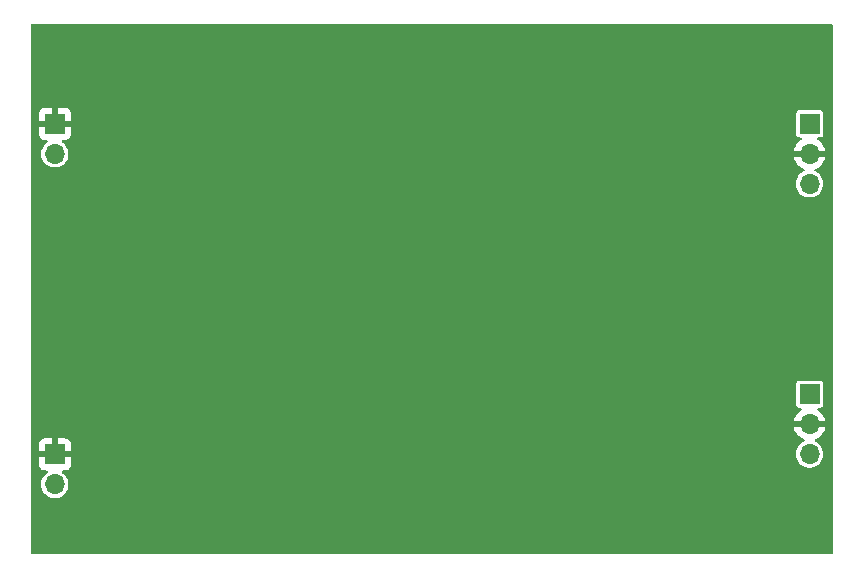
<source format=gbr>
G04 #@! TF.GenerationSoftware,KiCad,Pcbnew,8.0.8*
G04 #@! TF.CreationDate,2025-04-14T14:54:38+01:00*
G04 #@! TF.ProjectId,lcd_Daughterboard,6c63645f-4461-4756-9768-746572626f61,rev?*
G04 #@! TF.SameCoordinates,Original*
G04 #@! TF.FileFunction,Copper,L2,Bot*
G04 #@! TF.FilePolarity,Positive*
%FSLAX46Y46*%
G04 Gerber Fmt 4.6, Leading zero omitted, Abs format (unit mm)*
G04 Created by KiCad (PCBNEW 8.0.8) date 2025-04-14 14:54:38*
%MOMM*%
%LPD*%
G01*
G04 APERTURE LIST*
G04 #@! TA.AperFunction,ComponentPad*
%ADD10R,1.700000X1.700000*%
G04 #@! TD*
G04 #@! TA.AperFunction,ComponentPad*
%ADD11O,1.700000X1.700000*%
G04 #@! TD*
G04 APERTURE END LIST*
D10*
X102100000Y-53700000D03*
D11*
X102100000Y-56240000D03*
D10*
X166000000Y-53700000D03*
D11*
X166000000Y-56240000D03*
X166000000Y-58780000D03*
D10*
X166000000Y-76600000D03*
D11*
X166000000Y-79140000D03*
X166000000Y-81680000D03*
D10*
X102100000Y-81700000D03*
D11*
X102100000Y-84240000D03*
G04 #@! TA.AperFunction,Conductor*
G36*
X167891621Y-45270502D02*
G01*
X167938114Y-45324158D01*
X167949500Y-45376500D01*
X167949500Y-90023500D01*
X167929498Y-90091621D01*
X167875842Y-90138114D01*
X167823500Y-90149500D01*
X100176500Y-90149500D01*
X100108379Y-90129498D01*
X100061886Y-90075842D01*
X100050500Y-90023500D01*
X100050500Y-80802159D01*
X100750000Y-80802159D01*
X100750000Y-81450000D01*
X101666988Y-81450000D01*
X101634075Y-81507007D01*
X101600000Y-81634174D01*
X101600000Y-81765826D01*
X101634075Y-81892993D01*
X101666988Y-81950000D01*
X100750000Y-81950000D01*
X100750000Y-82597840D01*
X100756400Y-82657371D01*
X100806647Y-82792089D01*
X100892810Y-82907189D01*
X101007910Y-82993352D01*
X101142628Y-83043599D01*
X101202159Y-83049999D01*
X101202176Y-83050000D01*
X101393604Y-83050000D01*
X101461725Y-83070002D01*
X101508218Y-83123658D01*
X101518322Y-83193932D01*
X101488828Y-83258512D01*
X101459935Y-83283127D01*
X101403701Y-83317945D01*
X101403699Y-83317946D01*
X101246129Y-83461591D01*
X101159293Y-83576580D01*
X101117634Y-83631745D01*
X101024130Y-83819526D01*
X101022593Y-83822615D01*
X100964244Y-84027688D01*
X100944571Y-84240000D01*
X100964244Y-84452311D01*
X101022593Y-84657384D01*
X101022594Y-84657386D01*
X101022595Y-84657389D01*
X101117634Y-84848255D01*
X101246128Y-85018407D01*
X101246129Y-85018408D01*
X101403699Y-85162053D01*
X101403701Y-85162054D01*
X101584974Y-85274294D01*
X101584975Y-85274294D01*
X101584981Y-85274298D01*
X101783802Y-85351321D01*
X101993390Y-85390500D01*
X101993393Y-85390500D01*
X102206607Y-85390500D01*
X102206610Y-85390500D01*
X102416198Y-85351321D01*
X102615019Y-85274298D01*
X102796302Y-85162052D01*
X102953872Y-85018407D01*
X103082366Y-84848255D01*
X103177405Y-84657389D01*
X103235756Y-84452310D01*
X103255429Y-84240000D01*
X103235756Y-84027690D01*
X103177405Y-83822611D01*
X103082366Y-83631745D01*
X102953872Y-83461593D01*
X102796302Y-83317948D01*
X102796300Y-83317946D01*
X102796298Y-83317945D01*
X102740065Y-83283127D01*
X102692678Y-83230260D01*
X102681395Y-83160165D01*
X102709799Y-83095098D01*
X102768872Y-83055717D01*
X102806396Y-83050000D01*
X102997824Y-83050000D01*
X102997840Y-83049999D01*
X103057371Y-83043599D01*
X103192089Y-82993352D01*
X103307189Y-82907189D01*
X103393352Y-82792089D01*
X103443599Y-82657371D01*
X103449999Y-82597840D01*
X103450000Y-82597823D01*
X103450000Y-81950000D01*
X102533012Y-81950000D01*
X102565925Y-81892993D01*
X102600000Y-81765826D01*
X102600000Y-81634174D01*
X102565925Y-81507007D01*
X102533012Y-81450000D01*
X103450000Y-81450000D01*
X103450000Y-80802176D01*
X103449999Y-80802159D01*
X103443599Y-80742628D01*
X103393352Y-80607910D01*
X103307189Y-80492810D01*
X103192089Y-80406647D01*
X103057371Y-80356400D01*
X102997840Y-80350000D01*
X102350000Y-80350000D01*
X102350000Y-81266988D01*
X102292993Y-81234075D01*
X102165826Y-81200000D01*
X102034174Y-81200000D01*
X101907007Y-81234075D01*
X101850000Y-81266988D01*
X101850000Y-80350000D01*
X101202159Y-80350000D01*
X101142628Y-80356400D01*
X101007910Y-80406647D01*
X100892810Y-80492810D01*
X100806647Y-80607910D01*
X100756400Y-80742628D01*
X100750000Y-80802159D01*
X100050500Y-80802159D01*
X100050500Y-78890000D01*
X164669363Y-78890000D01*
X165566988Y-78890000D01*
X165534075Y-78947007D01*
X165500000Y-79074174D01*
X165500000Y-79205826D01*
X165534075Y-79332993D01*
X165566988Y-79390000D01*
X164669364Y-79390000D01*
X164726568Y-79603488D01*
X164726570Y-79603493D01*
X164826399Y-79817577D01*
X164826400Y-79817579D01*
X164961886Y-80011073D01*
X164961893Y-80011082D01*
X165128917Y-80178106D01*
X165128926Y-80178113D01*
X165322420Y-80313599D01*
X165322422Y-80313600D01*
X165517320Y-80404483D01*
X165570605Y-80451400D01*
X165590066Y-80519678D01*
X165569524Y-80587638D01*
X165515501Y-80633703D01*
X165509592Y-80636167D01*
X165484981Y-80645702D01*
X165484980Y-80645702D01*
X165484979Y-80645703D01*
X165484974Y-80645705D01*
X165303701Y-80757945D01*
X165303699Y-80757946D01*
X165146129Y-80901591D01*
X165059293Y-81016580D01*
X165017634Y-81071745D01*
X164953771Y-81200000D01*
X164922593Y-81262615D01*
X164864244Y-81467688D01*
X164844571Y-81680000D01*
X164864244Y-81892311D01*
X164922593Y-82097384D01*
X164922594Y-82097386D01*
X164922595Y-82097389D01*
X165017634Y-82288255D01*
X165146128Y-82458407D01*
X165146129Y-82458408D01*
X165303699Y-82602053D01*
X165303701Y-82602054D01*
X165484974Y-82714294D01*
X165484975Y-82714294D01*
X165484981Y-82714298D01*
X165683802Y-82791321D01*
X165893390Y-82830500D01*
X165893393Y-82830500D01*
X166106607Y-82830500D01*
X166106610Y-82830500D01*
X166316198Y-82791321D01*
X166515019Y-82714298D01*
X166696302Y-82602052D01*
X166853872Y-82458407D01*
X166982366Y-82288255D01*
X167077405Y-82097389D01*
X167135756Y-81892310D01*
X167155429Y-81680000D01*
X167135756Y-81467690D01*
X167077405Y-81262611D01*
X166982366Y-81071745D01*
X166853872Y-80901593D01*
X166744818Y-80802176D01*
X166696300Y-80757946D01*
X166696298Y-80757945D01*
X166515025Y-80645705D01*
X166515020Y-80645703D01*
X166515019Y-80645702D01*
X166515014Y-80645700D01*
X166490412Y-80636169D01*
X166434117Y-80592909D01*
X166410147Y-80526082D01*
X166426111Y-80456903D01*
X166476942Y-80407338D01*
X166482679Y-80404483D01*
X166677577Y-80313600D01*
X166677579Y-80313599D01*
X166871073Y-80178113D01*
X166871082Y-80178106D01*
X167038106Y-80011082D01*
X167038113Y-80011073D01*
X167173599Y-79817579D01*
X167173600Y-79817577D01*
X167273429Y-79603493D01*
X167273431Y-79603488D01*
X167330636Y-79390000D01*
X166433012Y-79390000D01*
X166465925Y-79332993D01*
X166500000Y-79205826D01*
X166500000Y-79074174D01*
X166465925Y-78947007D01*
X166433012Y-78890000D01*
X167330636Y-78890000D01*
X167273431Y-78676511D01*
X167273429Y-78676506D01*
X167173599Y-78462421D01*
X167038112Y-78268925D01*
X166871076Y-78101888D01*
X166871073Y-78101886D01*
X166696590Y-77979712D01*
X166652261Y-77924255D01*
X166644952Y-77853636D01*
X166676982Y-77790275D01*
X166738184Y-77754290D01*
X166768859Y-77750499D01*
X166894864Y-77750499D01*
X166919991Y-77747585D01*
X167022765Y-77702206D01*
X167102206Y-77622765D01*
X167147585Y-77519991D01*
X167150500Y-77494865D01*
X167150499Y-75705136D01*
X167147585Y-75680009D01*
X167102206Y-75577235D01*
X167102206Y-75577234D01*
X167022767Y-75497795D01*
X167022765Y-75497794D01*
X166919989Y-75452414D01*
X166919990Y-75452414D01*
X166894868Y-75449500D01*
X165105140Y-75449500D01*
X165105133Y-75449501D01*
X165080009Y-75452414D01*
X165080005Y-75452416D01*
X164977234Y-75497793D01*
X164897795Y-75577232D01*
X164897794Y-75577234D01*
X164852414Y-75680009D01*
X164849500Y-75705129D01*
X164849500Y-77494859D01*
X164849501Y-77494866D01*
X164852414Y-77519990D01*
X164852416Y-77519994D01*
X164897793Y-77622765D01*
X164977232Y-77702204D01*
X164977234Y-77702205D01*
X164977235Y-77702206D01*
X165080009Y-77747585D01*
X165105135Y-77750500D01*
X165231139Y-77750499D01*
X165299257Y-77770501D01*
X165345750Y-77824156D01*
X165355855Y-77894430D01*
X165326362Y-77959011D01*
X165303408Y-77979712D01*
X165128925Y-78101887D01*
X165128919Y-78101892D01*
X164961892Y-78268919D01*
X164961887Y-78268925D01*
X164826400Y-78462421D01*
X164726570Y-78676506D01*
X164726568Y-78676511D01*
X164669363Y-78890000D01*
X100050500Y-78890000D01*
X100050500Y-52802159D01*
X100750000Y-52802159D01*
X100750000Y-53450000D01*
X101666988Y-53450000D01*
X101634075Y-53507007D01*
X101600000Y-53634174D01*
X101600000Y-53765826D01*
X101634075Y-53892993D01*
X101666988Y-53950000D01*
X100750000Y-53950000D01*
X100750000Y-54597840D01*
X100756400Y-54657371D01*
X100806647Y-54792089D01*
X100892810Y-54907189D01*
X101007910Y-54993352D01*
X101142628Y-55043599D01*
X101202159Y-55049999D01*
X101202176Y-55050000D01*
X101393604Y-55050000D01*
X101461725Y-55070002D01*
X101508218Y-55123658D01*
X101518322Y-55193932D01*
X101488828Y-55258512D01*
X101459935Y-55283127D01*
X101403701Y-55317945D01*
X101403699Y-55317946D01*
X101246129Y-55461591D01*
X101159293Y-55576580D01*
X101117634Y-55631745D01*
X101063730Y-55740000D01*
X101022593Y-55822615D01*
X100964244Y-56027688D01*
X100944571Y-56240000D01*
X100964244Y-56452311D01*
X101022593Y-56657384D01*
X101022594Y-56657386D01*
X101022595Y-56657389D01*
X101117634Y-56848255D01*
X101169986Y-56917579D01*
X101246129Y-57018408D01*
X101403699Y-57162053D01*
X101403701Y-57162054D01*
X101584974Y-57274294D01*
X101584975Y-57274294D01*
X101584981Y-57274298D01*
X101783802Y-57351321D01*
X101993390Y-57390500D01*
X101993393Y-57390500D01*
X102206607Y-57390500D01*
X102206610Y-57390500D01*
X102416198Y-57351321D01*
X102615019Y-57274298D01*
X102796302Y-57162052D01*
X102953872Y-57018407D01*
X103082366Y-56848255D01*
X103177405Y-56657389D01*
X103235756Y-56452310D01*
X103255429Y-56240000D01*
X103235756Y-56027690D01*
X103225032Y-55990000D01*
X164669363Y-55990000D01*
X165566988Y-55990000D01*
X165534075Y-56047007D01*
X165500000Y-56174174D01*
X165500000Y-56305826D01*
X165534075Y-56432993D01*
X165566988Y-56490000D01*
X164669364Y-56490000D01*
X164726568Y-56703488D01*
X164726570Y-56703493D01*
X164826399Y-56917577D01*
X164826400Y-56917579D01*
X164961886Y-57111073D01*
X164961893Y-57111082D01*
X165128917Y-57278106D01*
X165128926Y-57278113D01*
X165322420Y-57413599D01*
X165322422Y-57413600D01*
X165517320Y-57504483D01*
X165570605Y-57551400D01*
X165590066Y-57619678D01*
X165569524Y-57687638D01*
X165515501Y-57733703D01*
X165509592Y-57736167D01*
X165484981Y-57745702D01*
X165484980Y-57745702D01*
X165484979Y-57745703D01*
X165484974Y-57745705D01*
X165303701Y-57857945D01*
X165303699Y-57857946D01*
X165146129Y-58001591D01*
X165059293Y-58116580D01*
X165017634Y-58171745D01*
X164924130Y-58359526D01*
X164922593Y-58362615D01*
X164864244Y-58567688D01*
X164844571Y-58780000D01*
X164864244Y-58992311D01*
X164922593Y-59197384D01*
X164922594Y-59197386D01*
X164922595Y-59197389D01*
X165017634Y-59388255D01*
X165146128Y-59558407D01*
X165146129Y-59558408D01*
X165303699Y-59702053D01*
X165303701Y-59702054D01*
X165484974Y-59814294D01*
X165484975Y-59814294D01*
X165484981Y-59814298D01*
X165683802Y-59891321D01*
X165893390Y-59930500D01*
X165893393Y-59930500D01*
X166106607Y-59930500D01*
X166106610Y-59930500D01*
X166316198Y-59891321D01*
X166515019Y-59814298D01*
X166696302Y-59702052D01*
X166853872Y-59558407D01*
X166982366Y-59388255D01*
X167077405Y-59197389D01*
X167135756Y-58992310D01*
X167155429Y-58780000D01*
X167135756Y-58567690D01*
X167077405Y-58362611D01*
X166982366Y-58171745D01*
X166853872Y-58001593D01*
X166696302Y-57857948D01*
X166696300Y-57857946D01*
X166696298Y-57857945D01*
X166515025Y-57745705D01*
X166515020Y-57745703D01*
X166515019Y-57745702D01*
X166515014Y-57745700D01*
X166490412Y-57736169D01*
X166434117Y-57692909D01*
X166410147Y-57626082D01*
X166426111Y-57556903D01*
X166476942Y-57507338D01*
X166482679Y-57504483D01*
X166677577Y-57413600D01*
X166677579Y-57413599D01*
X166871073Y-57278113D01*
X166871082Y-57278106D01*
X167038106Y-57111082D01*
X167038113Y-57111073D01*
X167173599Y-56917579D01*
X167173600Y-56917577D01*
X167273429Y-56703493D01*
X167273431Y-56703488D01*
X167330636Y-56490000D01*
X166433012Y-56490000D01*
X166465925Y-56432993D01*
X166500000Y-56305826D01*
X166500000Y-56174174D01*
X166465925Y-56047007D01*
X166433012Y-55990000D01*
X167330636Y-55990000D01*
X167273431Y-55776511D01*
X167273429Y-55776506D01*
X167173599Y-55562421D01*
X167038112Y-55368925D01*
X166871076Y-55201888D01*
X166871073Y-55201886D01*
X166696590Y-55079712D01*
X166652261Y-55024255D01*
X166644952Y-54953636D01*
X166676982Y-54890275D01*
X166738184Y-54854290D01*
X166768859Y-54850499D01*
X166894864Y-54850499D01*
X166919991Y-54847585D01*
X167022765Y-54802206D01*
X167102206Y-54722765D01*
X167147585Y-54619991D01*
X167150500Y-54594865D01*
X167150499Y-52805136D01*
X167147585Y-52780009D01*
X167102206Y-52677235D01*
X167102206Y-52677234D01*
X167022767Y-52597795D01*
X167022765Y-52597794D01*
X166919989Y-52552414D01*
X166919990Y-52552414D01*
X166894868Y-52549500D01*
X165105140Y-52549500D01*
X165105133Y-52549501D01*
X165080009Y-52552414D01*
X165080005Y-52552416D01*
X164977234Y-52597793D01*
X164897795Y-52677232D01*
X164897794Y-52677234D01*
X164852414Y-52780009D01*
X164849500Y-52805129D01*
X164849500Y-54594859D01*
X164849501Y-54594866D01*
X164852414Y-54619990D01*
X164852416Y-54619994D01*
X164897793Y-54722765D01*
X164977232Y-54802204D01*
X164977234Y-54802205D01*
X164977235Y-54802206D01*
X165080009Y-54847585D01*
X165105135Y-54850500D01*
X165231139Y-54850499D01*
X165299257Y-54870501D01*
X165345750Y-54924156D01*
X165355855Y-54994430D01*
X165326362Y-55059011D01*
X165303408Y-55079712D01*
X165128925Y-55201887D01*
X165128919Y-55201892D01*
X164961892Y-55368919D01*
X164961887Y-55368925D01*
X164826400Y-55562421D01*
X164726570Y-55776506D01*
X164726568Y-55776511D01*
X164669363Y-55990000D01*
X103225032Y-55990000D01*
X103177405Y-55822611D01*
X103082366Y-55631745D01*
X102953872Y-55461593D01*
X102796302Y-55317948D01*
X102796300Y-55317946D01*
X102796298Y-55317945D01*
X102740065Y-55283127D01*
X102692678Y-55230260D01*
X102681395Y-55160165D01*
X102709799Y-55095098D01*
X102768872Y-55055717D01*
X102806396Y-55050000D01*
X102997824Y-55050000D01*
X102997840Y-55049999D01*
X103057371Y-55043599D01*
X103192089Y-54993352D01*
X103307189Y-54907189D01*
X103393352Y-54792089D01*
X103443599Y-54657371D01*
X103449999Y-54597840D01*
X103450000Y-54597823D01*
X103450000Y-53950000D01*
X102533012Y-53950000D01*
X102565925Y-53892993D01*
X102600000Y-53765826D01*
X102600000Y-53634174D01*
X102565925Y-53507007D01*
X102533012Y-53450000D01*
X103450000Y-53450000D01*
X103450000Y-52802176D01*
X103449999Y-52802159D01*
X103443599Y-52742628D01*
X103393352Y-52607910D01*
X103307189Y-52492810D01*
X103192089Y-52406647D01*
X103057371Y-52356400D01*
X102997840Y-52350000D01*
X102350000Y-52350000D01*
X102350000Y-53266988D01*
X102292993Y-53234075D01*
X102165826Y-53200000D01*
X102034174Y-53200000D01*
X101907007Y-53234075D01*
X101850000Y-53266988D01*
X101850000Y-52350000D01*
X101202159Y-52350000D01*
X101142628Y-52356400D01*
X101007910Y-52406647D01*
X100892810Y-52492810D01*
X100806647Y-52607910D01*
X100756400Y-52742628D01*
X100750000Y-52802159D01*
X100050500Y-52802159D01*
X100050500Y-45376500D01*
X100070502Y-45308379D01*
X100124158Y-45261886D01*
X100176500Y-45250500D01*
X167823500Y-45250500D01*
X167891621Y-45270502D01*
G37*
G04 #@! TD.AperFunction*
M02*

</source>
